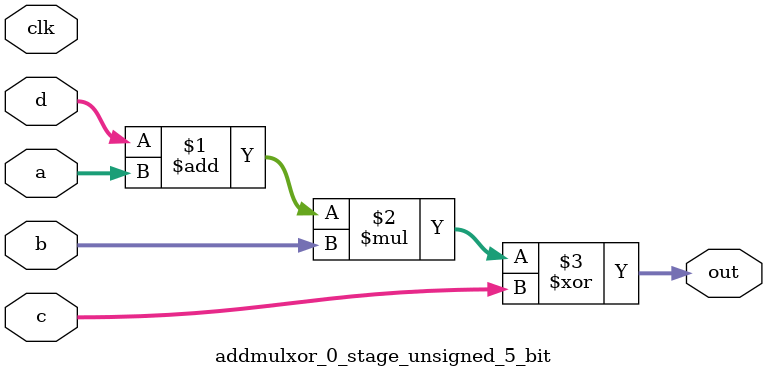
<source format=sv>
(* use_dsp = "yes" *) module addmulxor_0_stage_unsigned_5_bit(
	input  [4:0] a,
	input  [4:0] b,
	input  [4:0] c,
	input  [4:0] d,
	output [4:0] out,
	input clk);

	assign out = ((d + a) * b) ^ c;
endmodule

</source>
